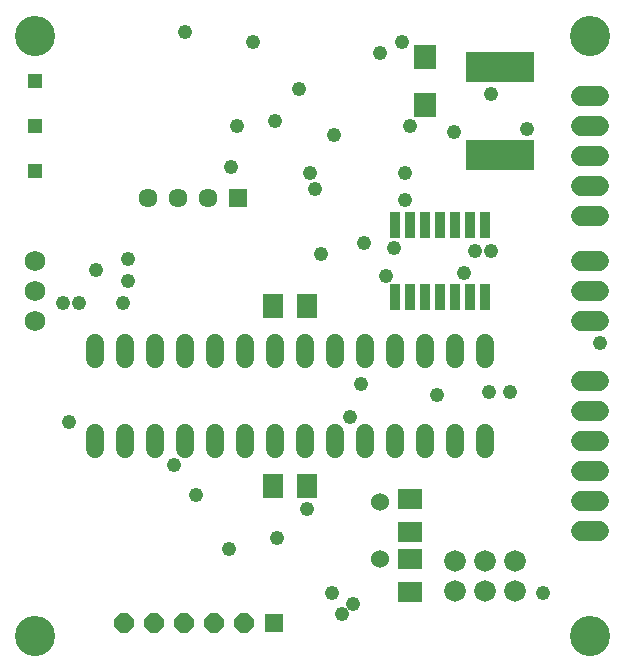
<source format=gbs>
G75*
%MOIN*%
%OFA0B0*%
%FSLAX25Y25*%
%IPPOS*%
%LPD*%
%AMOC8*
5,1,8,0,0,1.08239X$1,22.5*
%
%ADD10C,0.13398*%
%ADD11R,0.07887X0.07099*%
%ADD12R,0.07099X0.07887*%
%ADD13C,0.06000*%
%ADD14R,0.03400X0.08800*%
%ADD15C,0.06800*%
%ADD16C,0.07200*%
%ADD17C,0.06000*%
%ADD18C,0.06737*%
%ADD19R,0.22847X0.09855*%
%ADD20R,0.07493X0.07887*%
%ADD21OC8,0.06343*%
%ADD22R,0.06343X0.06343*%
%ADD23C,0.06343*%
%ADD24C,0.06800*%
%ADD25C,0.04800*%
%ADD26R,0.04762X0.04762*%
D10*
X0031800Y0026800D03*
X0216800Y0026800D03*
X0216800Y0226800D03*
X0031800Y0226800D03*
D11*
X0156800Y0072312D03*
X0156800Y0061288D03*
X0156800Y0052312D03*
X0156800Y0041288D03*
D12*
X0122312Y0076800D03*
X0111288Y0076800D03*
X0111288Y0136800D03*
X0122312Y0136800D03*
D13*
X0121800Y0124400D02*
X0121800Y0119200D01*
X0111800Y0119200D02*
X0111800Y0124400D01*
X0101800Y0124400D02*
X0101800Y0119200D01*
X0091800Y0119200D02*
X0091800Y0124400D01*
X0081800Y0124400D02*
X0081800Y0119200D01*
X0071800Y0119200D02*
X0071800Y0124400D01*
X0061800Y0124400D02*
X0061800Y0119200D01*
X0051800Y0119200D02*
X0051800Y0124400D01*
X0051800Y0094400D02*
X0051800Y0089200D01*
X0061800Y0089200D02*
X0061800Y0094400D01*
X0071800Y0094400D02*
X0071800Y0089200D01*
X0081800Y0089200D02*
X0081800Y0094400D01*
X0091800Y0094400D02*
X0091800Y0089200D01*
X0101800Y0089200D02*
X0101800Y0094400D01*
X0111800Y0094400D02*
X0111800Y0089200D01*
X0121800Y0089200D02*
X0121800Y0094400D01*
X0131800Y0094400D02*
X0131800Y0089200D01*
X0141800Y0089200D02*
X0141800Y0094400D01*
X0151800Y0094400D02*
X0151800Y0089200D01*
X0161800Y0089200D02*
X0161800Y0094400D01*
X0171800Y0094400D02*
X0171800Y0089200D01*
X0181800Y0089200D02*
X0181800Y0094400D01*
X0181800Y0119200D02*
X0181800Y0124400D01*
X0171800Y0124400D02*
X0171800Y0119200D01*
X0161800Y0119200D02*
X0161800Y0124400D01*
X0151800Y0124400D02*
X0151800Y0119200D01*
X0141800Y0119200D02*
X0141800Y0124400D01*
X0131800Y0124400D02*
X0131800Y0119200D01*
D14*
X0151800Y0139700D03*
X0156800Y0139700D03*
X0161800Y0139700D03*
X0166800Y0139700D03*
X0171800Y0139700D03*
X0176800Y0139700D03*
X0181800Y0139700D03*
X0181800Y0163900D03*
X0176800Y0163900D03*
X0171800Y0163900D03*
X0166800Y0163900D03*
X0161800Y0163900D03*
X0156800Y0163900D03*
X0151800Y0163900D03*
D15*
X0213800Y0166800D02*
X0219800Y0166800D01*
X0219800Y0176800D02*
X0213800Y0176800D01*
X0213800Y0186800D02*
X0219800Y0186800D01*
X0219800Y0196800D02*
X0213800Y0196800D01*
X0213800Y0206800D02*
X0219800Y0206800D01*
X0219800Y0151800D02*
X0213800Y0151800D01*
X0213800Y0141800D02*
X0219800Y0141800D01*
X0219800Y0131800D02*
X0213800Y0131800D01*
D16*
X0191800Y0051800D03*
X0191800Y0041800D03*
X0181800Y0041800D03*
X0181800Y0051800D03*
X0171800Y0051800D03*
X0171800Y0041800D03*
D17*
X0146800Y0052300D03*
X0146800Y0071300D03*
D18*
X0213831Y0071800D02*
X0219769Y0071800D01*
X0219769Y0061800D02*
X0213831Y0061800D01*
X0213831Y0081800D02*
X0219769Y0081800D01*
X0219769Y0091800D02*
X0213831Y0091800D01*
X0213831Y0101800D02*
X0219769Y0101800D01*
X0219769Y0111800D02*
X0213831Y0111800D01*
D19*
X0186800Y0187233D03*
X0186800Y0216367D03*
D20*
X0161800Y0219871D03*
X0161800Y0203729D03*
D21*
X0101488Y0031133D03*
X0091488Y0031133D03*
X0081488Y0031133D03*
X0071488Y0031133D03*
X0061488Y0031133D03*
D22*
X0111488Y0031133D03*
X0099359Y0172863D03*
D23*
X0089359Y0172863D03*
X0079359Y0172863D03*
X0069359Y0172863D03*
D24*
X0031800Y0151800D03*
X0031800Y0141800D03*
X0031800Y0131800D03*
D25*
X0041196Y0137875D03*
X0046617Y0137875D03*
X0052038Y0148717D03*
X0061074Y0137875D03*
X0062881Y0145103D03*
X0062881Y0152331D03*
X0097215Y0183052D03*
X0099022Y0196605D03*
X0111672Y0198412D03*
X0119804Y0209255D03*
X0131550Y0193894D03*
X0123418Y0181245D03*
X0125225Y0175824D03*
X0141489Y0157753D03*
X0151428Y0155946D03*
X0148717Y0146910D03*
X0127032Y0154139D03*
X0155042Y0172209D03*
X0155042Y0181245D03*
X0156849Y0196605D03*
X0171306Y0194798D03*
X0183956Y0207448D03*
X0195702Y0195702D03*
X0183956Y0155042D03*
X0178534Y0155042D03*
X0174920Y0147814D03*
X0140585Y0110769D03*
X0136971Y0099926D03*
X0165885Y0107154D03*
X0183052Y0108058D03*
X0190280Y0108058D03*
X0220097Y0124322D03*
X0201123Y0041196D03*
X0137875Y0037581D03*
X0134261Y0033967D03*
X0130646Y0041196D03*
X0112576Y0059267D03*
X0122515Y0069206D03*
X0096312Y0055652D03*
X0085469Y0073723D03*
X0078241Y0083662D03*
X0043003Y0098119D03*
X0146910Y0221001D03*
X0154139Y0224615D03*
X0104444Y0224615D03*
X0081855Y0228229D03*
D26*
X0031800Y0211800D03*
X0031800Y0196800D03*
X0031800Y0181800D03*
M02*

</source>
